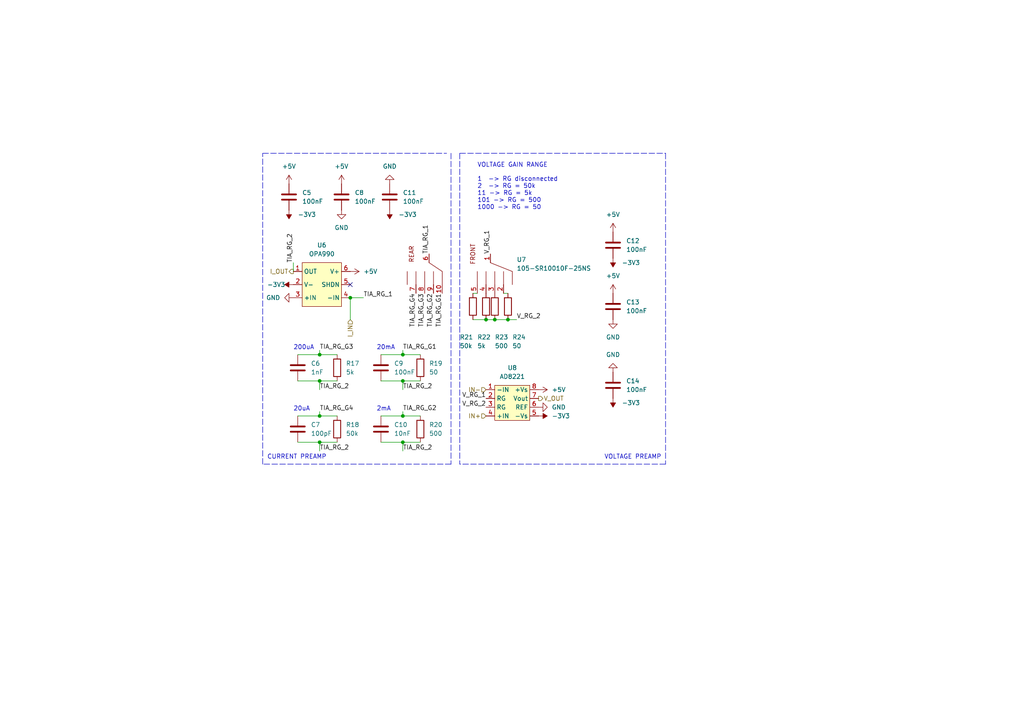
<source format=kicad_sch>
(kicad_sch (version 20211123) (generator eeschema)
  (paper "A4")
  (lib_symbols
    (symbol "Device:C" (pin_numbers hide) (pin_names (offset 0.254))
      (property "Reference" "C" (at 0.635 2.54 0))
      (property "Value" "C" (at 0.635 -2.54 0))
      (symbol "C_0_1"
        (polyline (pts (xy -2.032 -0.762) (xy 2.032 -0.762)) (stroke (width 0.508)))
        (polyline (pts (xy -2.032 0.762) (xy 2.032 0.762)) (stroke (width 0.508)))
      )
      (symbol "C_1_1"
        (pin passive line (at 0 3.81 270) (length 2.794) (name "~") (number "1"))
        (pin passive line (at 0 -3.81 90) (length 2.794) (name "~") (number "2"))
      )
    )
    (symbol "Device:R" (pin_numbers hide) (pin_names (offset 0))
      (property "Reference" "R" (at 2.032 0 90))
      (property "Value" "R" (at 0 0 90))
      (symbol "R_0_1"
        (rectangle (start -1.016 -2.54) (end 1.016 2.54) (stroke (width 0.254)))
      )
      (symbol "R_1_1"
        (pin passive line (at 0 3.81 270) (length 1.27) (name "~") (number "1"))
        (pin passive line (at 0 -3.81 90) (length 1.27) (name "~") (number "2"))
      )
    )
    (symbol "power:+5V" (power) (pin_names (offset 0))
      (property "Value" "+5V" (at 0 3.556 0))
      (symbol "+5V_0_1"
        (polyline (pts (xy -0.762 1.27) (xy 0 2.54)))
        (polyline (pts (xy 0 0) (xy 0 2.54)))
        (polyline (pts (xy 0 2.54) (xy 0.762 1.27)))
      )
      (symbol "+5V_1_1"
        (pin power_in line (at 0 0 90) (length 0) hide (name "+5V") (number "1"))
      )
    )
    (symbol "power:-3V3" (power) (pin_names (offset 0))
      (property "Value" "-3V3" (at 0 3.81 0))
      (symbol "-3V3_0_0"
        (pin power_in line (at 0 0 90) (length 0) hide (name "-3V3") (number "1"))
      )
      (symbol "-3V3_0_1"
        (polyline (pts (xy 0 0) (xy 0 1.27) (xy 0.762 1.27) (xy 0 2.54) (xy -0.762 1.27) (xy 0 1.27)) (fill (type outline)))
      )
    )
    (symbol "power:GND" (power) (pin_names (offset 0))
      (property "Value" "GND" (at 0 -3.81 0))
      (symbol "GND_0_1"
        (polyline (pts (xy 0 0) (xy 0 -1.27) (xy 1.27 -1.27) (xy 0 -2.54) (xy -1.27 -1.27) (xy 0 -1.27)))
      )
      (symbol "GND_1_1"
        (pin power_in line (at 0 0 270) (length 0) hide (name "GND") (number "1"))
      )
    )
    (symbol "preamp_amplifiers:AD8221"
      (property "Reference" "U" (at 0 3.81 0))
      (property "Value" "AD8221" (at 0 6.35 0))
      (symbol "AD8221_0_0"
        (rectangle (start -5.08 0) (end 5.08 -10.16) (fill (type background)))
      )
      (symbol "AD8221_1_1"
        (pin input line (at -7.62 -1.27 0) (length 2.54) (name "-IN") (number "1"))
        (pin input line (at -7.62 -3.81 0) (length 2.54) (name "RG") (number "2"))
        (pin input line (at -7.62 -6.35 0) (length 2.54) (name "RG") (number "3"))
        (pin input line (at -7.62 -8.89 0) (length 2.54) (name "+IN") (number "4"))
        (pin power_in line (at 7.62 -8.89 180) (length 2.54) (name "-Vs") (number "5"))
        (pin input line (at 7.62 -6.35 180) (length 2.54) (name "REF") (number "6"))
        (pin output line (at 7.62 -3.81 180) (length 2.54) (name "Vout") (number "7"))
        (pin power_in line (at 7.62 -1.27 180) (length 2.54) (name "+Vs") (number "8"))
      )
    )
    (symbol "preamp_amplifiers:OPA990"
      (property "Reference" "U" (at 0 10.16 0))
      (property "Value" "OPA990" (at 0 7.62 0))
      (symbol "OPA990_0_1"
        (rectangle (start -6.35 5.08) (end 5.08 -7.62) (fill (type background)))
      )
      (symbol "OPA990_1_1"
        (pin output line (at -8.89 2.54 0) (length 2.54) (name "OUT") (number "1"))
        (pin power_in line (at -8.89 -1.27 0) (length 2.54) (name "V-") (number "2"))
        (pin input line (at -8.89 -5.08 0) (length 2.54) (name "+IN") (number "3"))
        (pin input line (at 7.62 -5.08 180) (length 2.54) (name "-IN") (number "4"))
        (pin input line (at 7.62 -1.27 180) (length 2.54) (name "SHDN") (number "5"))
        (pin power_in line (at 7.62 2.54 180) (length 2.54) (name "V+") (number "6"))
      )
    )
    (symbol "preamp_rot_sw:105-SR10010F-25NS"
      (property "Reference" "U" (at 0 5.08 0))
      (property "Value" "105-SR10010F-25NS" (at 0 7.62 0))
      (symbol "105-SR10010F-25NS_0_0"
        (text "FRONT" (at 5.08 -3.81 900) (effects (font (size 1.27 1.27))))
        (text "REAR" (at -12.7 -3.81 900) (effects (font (size 1.27 1.27))))
      )
      (symbol "105-SR10010F-25NS_0_1"
        (polyline (pts (xy -13.97 -12.7) (xy -13.97 -8.89)))
        (polyline (pts (xy -11.43 -12.7) (xy -11.43 -8.89)))
        (polyline (pts (xy -8.89 -12.7) (xy -8.89 -8.89)))
        (polyline (pts (xy -6.35 -12.7) (xy -6.35 -8.89)))
        (polyline (pts (xy -3.81 -12.7) (xy -3.81 -8.89)))
        (polyline (pts (xy -3.81 -8.89) (xy -7.62 -6.35)))
        (polyline (pts (xy 6.35 -12.7) (xy 6.35 -8.89)))
        (polyline (pts (xy 8.89 -12.7) (xy 8.89 -8.89)))
        (polyline (pts (xy 11.43 -12.7) (xy 11.43 -8.89)))
        (polyline (pts (xy 13.97 -12.7) (xy 13.97 -8.89)))
        (polyline (pts (xy 16.51 -12.7) (xy 16.51 -8.89)))
        (polyline (pts (xy 16.51 -8.89) (xy 10.16 -6.35)))
      )
      (symbol "105-SR10010F-25NS_1_1"
        (pin input line (at 10.16 -3.81 270) (length 2.54) (name "") (number "1"))
        (pin output line (at -3.81 -15.24 90) (length 2.54) (name "") (number "10"))
        (pin output line (at 13.97 -15.24 90) (length 2.54) (name "") (number "2"))
        (pin output line (at 11.43 -15.24 90) (length 2.54) (name "") (number "3"))
        (pin output line (at 8.89 -15.24 90) (length 2.54) (name "") (number "4"))
        (pin output line (at 6.35 -15.24 90) (length 2.54) (name "") (number "5"))
        (pin input line (at -7.62 -3.81 270) (length 2.54) (name "") (number "6"))
        (pin output line (at -11.43 -15.24 90) (length 2.54) (name "") (number "7"))
        (pin output line (at -8.89 -15.24 90) (length 2.54) (name "") (number "8"))
        (pin output line (at -6.35 -15.24 90) (length 2.54) (name "") (number "9"))
      )
    )
  )
  (junction (at 92.71 120.65))
  (junction (at 116.84 128.27))
  (junction (at 116.84 102.87))
  (junction (at 101.6 86.36))
  (junction (at 143.51 92.71))
  (junction (at 140.97 92.71))
  (junction (at 92.71 110.49))
  (junction (at 116.84 120.65))
  (junction (at 92.71 128.27))
  (junction (at 92.71 102.87))
  (junction (at 116.84 110.49))
  (junction (at 147.32 92.71))
  (no_connect (at 101.6 82.55))
  (wire (pts (xy 116.84 102.87) (xy 121.92 102.87)))
  (wire (pts (xy 92.71 110.49) (xy 97.79 110.49)))
  (polyline (pts (xy 76.2 44.45) (xy 129.54 44.45)))
  (wire (pts (xy 86.36 110.49) (xy 92.71 110.49)))
  (wire (pts (xy 92.71 102.87) (xy 97.79 102.87)))
  (wire (pts (xy 143.51 92.71) (xy 147.32 92.71)))
  (wire (pts (xy 110.49 102.87) (xy 116.84 102.87)))
  (polyline (pts (xy 133.35 44.45) (xy 133.35 134.62)))
  (wire (pts (xy 92.71 110.49) (xy 92.71 113.03)))
  (wire (pts (xy 86.36 120.65) (xy 92.71 120.65)))
  (wire (pts (xy 105.41 86.36) (xy 101.6 86.36)))
  (wire (pts (xy 110.49 110.49) (xy 116.84 110.49)))
  (wire (pts (xy 116.84 101.6) (xy 116.84 102.87)))
  (wire (pts (xy 110.49 128.27) (xy 116.84 128.27)))
  (wire (pts (xy 147.32 92.71) (xy 149.86 92.71)))
  (polyline (pts (xy 193.04 44.45) (xy 193.04 134.62)))
  (wire (pts (xy 116.84 110.49) (xy 121.92 110.49)))
  (polyline (pts (xy 130.81 134.62) (xy 76.2 134.62)))
  (wire (pts (xy 137.16 85.09) (xy 138.43 85.09)))
  (wire (pts (xy 147.32 85.09) (xy 146.05 85.09)))
  (polyline (pts (xy 133.35 44.45) (xy 193.04 44.45)))
  (wire (pts (xy 86.36 102.87) (xy 92.71 102.87)))
  (polyline (pts (xy 193.04 134.62) (xy 133.35 134.62)))
  (wire (pts (xy 92.71 128.27) (xy 92.71 130.81)))
  (wire (pts (xy 116.84 110.49) (xy 116.84 113.03)))
  (wire (pts (xy 92.71 120.65) (xy 97.79 120.65)))
  (wire (pts (xy 110.49 120.65) (xy 116.84 120.65)))
  (wire (pts (xy 116.84 128.27) (xy 121.92 128.27)))
  (wire (pts (xy 116.84 119.38) (xy 116.84 120.65)))
  (wire (pts (xy 116.84 120.65) (xy 121.92 120.65)))
  (wire (pts (xy 86.36 128.27) (xy 92.71 128.27)))
  (wire (pts (xy 92.71 101.6) (xy 92.71 102.87)))
  (wire (pts (xy 101.6 86.36) (xy 101.6 92.71)))
  (wire (pts (xy 85.09 76.2) (xy 85.09 78.74)))
  (polyline (pts (xy 76.2 134.62) (xy 76.2 44.45)))
  (wire (pts (xy 116.84 128.27) (xy 116.84 130.81)))
  (wire (pts (xy 137.16 92.71) (xy 140.97 92.71)))
  (wire (pts (xy 92.71 128.27) (xy 97.79 128.27)))
  (wire (pts (xy 140.97 92.71) (xy 143.51 92.71)))
  (polyline (pts (xy 130.81 44.45) (xy 130.81 134.62)))
  (wire (pts (xy 92.71 119.38) (xy 92.71 120.65)))
  (text "200uA" (at 85.09 101.6 0) (effects (font (size 1.27 1.27)) (justify left bottom)))
  (text "2mA" (at 109.22 119.38 0) (effects (font (size 1.27 1.27)) (justify left bottom)))
  (text "20mA" (at 109.22 101.6 0) (effects (font (size 1.27 1.27)) (justify left bottom)))
  (text "VOLTAGE PREAMP" (at 175.26 133.35 0) (effects (font (size 1.27 1.27)) (justify left bottom)))
  (text "20uA" (at 85.09 119.38 0) (effects (font (size 1.27 1.27)) (justify left bottom)))
  (text "VOLTAGE GAIN RANGE\n\n1  -> RG disconnected\n2  -> RG = 50k\n11 -> RG = 5k\n101 -> RG = 500\n1000 -> RG = 50\n" (at 138.43 60.96 0) (effects (font (size 1.27 1.27)) (justify left bottom)))
  (text "CURRENT PREAMP" (at 77.47 133.35 0) (effects (font (size 1.27 1.27)) (justify left bottom)))
  (label "TIA_RG_G1" (at 116.84 101.6 0))
  (label "TIA_RG_G4" (at 120.65 85.09 270))
  (label "V_RG_1" (at 142.24 73.66 90))
  (label "TIA_RG_G2" (at 125.73 85.09 270))
  (label "TIA_RG_G3" (at 92.71 101.6 0))
  (label "TIA_RG_G1" (at 128.27 85.09 270))
  (label "V_RG_2" (at 140.97 118.11 180))
  (label "TIA_RG_G4" (at 92.71 119.38 0))
  (label "TIA_RG_2" (at 85.09 76.2 90))
  (label "V_RG_1" (at 140.97 115.57 180))
  (label "TIA_RG_G3" (at 123.19 85.09 270))
  (label "TIA_RG_1" (at 124.46 73.66 90))
  (label "TIA_RG_2" (at 92.71 130.81 0))
  (label "V_RG_2" (at 149.86 92.71 0))
  (label "TIA_RG_1" (at 105.41 86.36 0))
  (label "TIA_RG_2" (at 116.84 130.81 0))
  (label "TIA_RG_2" (at 92.71 113.03 0))
  (label "TIA_RG_2" (at 116.84 113.03 0))
  (label "TIA_RG_G2" (at 116.84 119.38 0))
  (hierarchical_label "IN-" (shape input) (at 140.97 113.03 180))
  (hierarchical_label "I_OUT" (shape output) (at 85.09 78.74 180))
  (hierarchical_label "I_IN" (shape input) (at 101.6 92.71 270))
  (hierarchical_label "V_OUT" (shape output) (at 156.21 115.57 0))
  (hierarchical_label "IN+" (shape input) (at 140.97 120.65 180))
  (symbol (lib_id "preamp_rot_sw:105-SR10010F-25NS") (at 132.08 69.85 0) (unit 1)
    (property "Reference" "U7" (at 149.86 75.2984 0) (effects (justify left)))
    (property "Value" "105-SR10010F-25NS" (at 149.86 77.8384 0) (effects (justify left)))
    (property "Footprint" "audiohacks:105-SR10010F-25NS" (effects hide))
  )
  (symbol (lib_id "Device:C") (at 177.8 111.76 0) (unit 1)
    (property "Reference" "C14" (at 181.61 110.4899 0) (effects (justify left)))
    (property "Value" "100nF" (at 181.61 113.0299 0) (effects (justify left)))
    (property "Footprint" "Capacitor_SMD:C_0805_2012Metric_Pad1.18x1.45mm_HandSolder" (effects hide))
  )
  (symbol (lib_id "Device:R") (at 143.51 88.9 0) (unit 1)
    (property "Reference" "R23" (at 143.51 97.79 0) (effects (justify left)))
    (property "Value" "500" (at 143.51 100.33 0) (effects (justify left)))
    (property "Footprint" "Resistor_SMD:R_0805_2012Metric_Pad1.20x1.40mm_HandSolder" (effects hide))
  )
  (symbol (lib_id "Device:C") (at 110.49 124.46 0) (unit 1)
    (property "Reference" "C10" (at 114.3 123.1899 0) (effects (justify left)))
    (property "Value" "10nF" (at 114.3 125.7299 0) (effects (justify left)))
    (property "Footprint" "Capacitor_SMD:C_0805_2012Metric_Pad1.18x1.45mm_HandSolder" (effects hide))
  )
  (symbol (lib_id "Device:C") (at 99.06 57.15 0) (unit 1)
    (property "Reference" "C8" (at 102.87 55.8799 0) (effects (justify left)))
    (property "Value" "100nF" (at 102.87 58.4199 0) (effects (justify left)))
    (property "Footprint" "Capacitor_SMD:C_0805_2012Metric_Pad1.18x1.45mm_HandSolder" (effects hide))
  )
  (symbol (lib_id "Device:C") (at 177.8 71.12 0) (unit 1)
    (property "Reference" "C12" (at 181.61 69.8499 0) (effects (justify left)))
    (property "Value" "100nF" (at 181.61 72.3899 0) (effects (justify left)))
    (property "Footprint" "Capacitor_SMD:C_0805_2012Metric_Pad1.18x1.45mm_HandSolder" (effects hide))
  )
  (symbol (lib_id "power:+5V") (at 177.8 67.31 0) (unit 1)
    (property "Reference" "#PWR0148" (effects hide))
    (property "Value" "+5V" (at 177.8 62.23 0))
  )
  (symbol (lib_id "power:GND") (at 99.06 60.96 0) (unit 1)
    (property "Reference" "#PWR0147" (effects hide))
    (property "Value" "GND" (at 99.06 66.04 0))
  )
  (symbol (lib_id "Device:C") (at 83.82 57.15 0) (unit 1)
    (property "Reference" "C5" (at 87.63 55.8799 0) (effects (justify left)))
    (property "Value" "100nF" (at 87.63 58.4199 0) (effects (justify left)))
    (property "Footprint" "Capacitor_SMD:C_0805_2012Metric_Pad1.18x1.45mm_HandSolder" (effects hide))
  )
  (symbol (lib_id "Device:C") (at 113.03 57.15 0) (unit 1)
    (property "Reference" "C11" (at 116.84 55.8799 0) (effects (justify left)))
    (property "Value" "100nF" (at 116.84 58.4199 0) (effects (justify left)))
    (property "Footprint" "Capacitor_SMD:C_0805_2012Metric_Pad1.18x1.45mm_HandSolder" (effects hide))
  )
  (symbol (lib_id "Device:R") (at 137.16 88.9 0) (unit 1)
    (property "Reference" "R21" (at 133.35 97.79 0) (effects (justify left)))
    (property "Value" "50k" (at 133.35 100.33 0) (effects (justify left)))
    (property "Footprint" "Resistor_SMD:R_0805_2012Metric_Pad1.20x1.40mm_HandSolder" (effects hide))
  )
  (symbol (lib_id "Device:R") (at 140.97 88.9 0) (unit 1)
    (property "Reference" "R22" (at 138.43 97.79 0) (effects (justify left)))
    (property "Value" "5k" (at 138.43 100.33 0) (effects (justify left)))
    (property "Footprint" "Resistor_SMD:R_0805_2012Metric_Pad1.20x1.40mm_HandSolder" (effects hide))
  )
  (symbol (lib_id "power:+5V") (at 177.8 85.09 0) (unit 1)
    (property "Reference" "#PWR0145" (effects hide))
    (property "Value" "+5V" (at 177.8 80.01 0))
  )
  (symbol (lib_id "preamp_amplifiers:AD8221") (at 148.59 111.76 0) (unit 1)
    (property "Reference" "U8" (at 148.59 106.68 0))
    (property "Value" "AD8221" (at 148.59 109.22 0))
    (property "Footprint" "Package_SO:MSOP-8_3x3mm_P0.65mm" (effects hide))
  )
  (symbol (lib_id "Device:C") (at 86.36 106.68 0) (unit 1)
    (property "Reference" "C6" (at 90.17 105.4099 0) (effects (justify left)))
    (property "Value" "1nF" (at 90.17 107.9499 0) (effects (justify left)))
    (property "Footprint" "Capacitor_SMD:C_0805_2012Metric_Pad1.18x1.45mm_HandSolder" (effects hide))
  )
  (symbol (lib_id "power:+5V") (at 83.82 53.34 0) (unit 1)
    (property "Reference" "#PWR0136" (effects hide))
    (property "Value" "+5V" (at 83.82 48.26 0))
  )
  (symbol (lib_id "Device:R") (at 97.79 124.46 0) (unit 1)
    (property "Reference" "R18" (at 100.33 123.1899 0) (effects (justify left)))
    (property "Value" "50k" (at 100.33 125.7299 0) (effects (justify left)))
    (property "Footprint" "Resistor_SMD:R_0805_2012Metric_Pad1.20x1.40mm_HandSolder" (effects hide))
  )
  (symbol (lib_id "Device:R") (at 121.92 124.46 0) (unit 1)
    (property "Reference" "R20" (at 124.46 123.1899 0) (effects (justify left)))
    (property "Value" "500" (at 124.46 125.7299 0) (effects (justify left)))
    (property "Footprint" "Resistor_SMD:R_0805_2012Metric_Pad1.20x1.40mm_HandSolder" (effects hide))
  )
  (symbol (lib_id "power:-3V3") (at 156.21 120.65 270) (unit 1)
    (property "Reference" "#PWR0133" (effects hide))
    (property "Value" "-3V3" (at 160.02 120.6499 90) (effects (justify left)))
  )
  (symbol (lib_id "power:GND") (at 177.8 92.71 0) (unit 1)
    (property "Reference" "#PWR0132" (effects hide))
    (property "Value" "GND" (at 177.8 97.79 0))
  )
  (symbol (lib_id "Device:R") (at 147.32 88.9 0) (unit 1)
    (property "Reference" "R24" (at 148.59 97.79 0) (effects (justify left)))
    (property "Value" "50" (at 148.59 100.33 0) (effects (justify left)))
    (property "Footprint" "Resistor_SMD:R_0805_2012Metric_Pad1.20x1.40mm_HandSolder" (effects hide))
  )
  (symbol (lib_id "power:+5V") (at 156.21 113.03 270) (unit 1)
    (property "Reference" "#PWR0135" (effects hide))
    (property "Value" "+5V" (at 160.02 113.0299 90) (effects (justify left)))
  )
  (symbol (lib_id "Device:R") (at 97.79 106.68 0) (unit 1)
    (property "Reference" "R17" (at 100.33 105.4099 0) (effects (justify left)))
    (property "Value" "5k" (at 100.33 107.9499 0) (effects (justify left)))
    (property "Footprint" "Resistor_SMD:R_0805_2012Metric_Pad1.20x1.40mm_HandSolder" (effects hide))
  )
  (symbol (lib_id "power:GND") (at 156.21 118.11 90) (unit 1)
    (property "Reference" "#PWR0137" (effects hide))
    (property "Value" "GND" (at 160.02 118.1099 90) (effects (justify right)))
  )
  (symbol (lib_id "power:+5V") (at 101.6 78.74 270) (unit 1)
    (property "Reference" "#PWR0143" (effects hide))
    (property "Value" "+5V" (at 105.41 78.7399 90) (effects (justify left)))
  )
  (symbol (lib_id "power:-3V3") (at 85.09 82.55 90) (unit 1)
    (property "Reference" "#PWR0139" (effects hide))
    (property "Value" "-3V3" (at 77.47 82.55 90) (effects (justify right)))
  )
  (symbol (lib_id "power:-3V3") (at 113.03 60.96 180) (unit 1)
    (property "Reference" "#PWR0140" (effects hide))
    (property "Value" "-3V3" (at 115.57 62.2299 0) (effects (justify right)))
  )
  (symbol (lib_id "Device:C") (at 110.49 106.68 0) (unit 1)
    (property "Reference" "C9" (at 114.3 105.4099 0) (effects (justify left)))
    (property "Value" "100nF" (at 114.3 107.9499 0) (effects (justify left)))
    (property "Footprint" "Capacitor_SMD:C_0805_2012Metric_Pad1.18x1.45mm_HandSolder" (effects hide))
  )
  (symbol (lib_id "power:+5V") (at 99.06 53.34 0) (unit 1)
    (property "Reference" "#PWR0138" (effects hide))
    (property "Value" "+5V" (at 99.06 48.26 0))
  )
  (symbol (lib_id "preamp_amplifiers:OPA990") (at 93.98 81.28 0) (unit 1)
    (property "Reference" "U6" (at 93.345 71.12 0))
    (property "Value" "OPA990" (at 93.345 73.66 0))
    (property "Footprint" "Package_TO_SOT_SMD:SOT-23-6_Handsoldering" (effects hide))
  )
  (symbol (lib_id "Device:R") (at 121.92 106.68 0) (unit 1)
    (property "Reference" "R19" (at 124.46 105.4099 0) (effects (justify left)))
    (property "Value" "50" (at 124.46 107.9499 0) (effects (justify left)))
    (property "Footprint" "Resistor_SMD:R_0805_2012Metric_Pad1.20x1.40mm_HandSolder" (effects hide))
  )
  (symbol (lib_id "power:GND") (at 113.03 53.34 180) (unit 1)
    (property "Reference" "#PWR0141" (effects hide))
    (property "Value" "GND" (at 113.03 48.26 0))
  )
  (symbol (lib_id "power:GND") (at 177.8 107.95 180) (unit 1)
    (property "Reference" "#PWR0134" (effects hide))
    (property "Value" "GND" (at 177.8 102.87 0))
  )
  (symbol (lib_id "Device:C") (at 177.8 88.9 0) (unit 1)
    (property "Reference" "C13" (at 181.61 87.6299 0) (effects (justify left)))
    (property "Value" "100nF" (at 181.61 90.1699 0) (effects (justify left)))
    (property "Footprint" "Capacitor_SMD:C_0805_2012Metric_Pad1.18x1.45mm_HandSolder" (effects hide))
  )
  (symbol (lib_id "power:-3V3") (at 177.8 115.57 180) (unit 1)
    (property "Reference" "#PWR0146" (effects hide))
    (property "Value" "-3V3" (at 180.34 116.8399 0) (effects (justify right)))
  )
  (symbol (lib_id "Device:C") (at 86.36 124.46 0) (unit 1)
    (property "Reference" "C7" (at 90.17 123.1899 0) (effects (justify left)))
    (property "Value" "100pF" (at 90.17 125.7299 0) (effects (justify left)))
    (property "Footprint" "Capacitor_SMD:C_0805_2012Metric_Pad1.18x1.45mm_HandSolder" (effects hide))
  )
  (symbol (lib_id "power:GND") (at 85.09 86.36 270) (unit 1)
    (property "Reference" "#PWR0149" (effects hide))
    (property "Value" "GND" (at 81.28 86.3599 90) (effects (justify right)))
  )
  (symbol (lib_id "power:-3V3") (at 177.8 74.93 180) (unit 1)
    (property "Reference" "#PWR0144" (effects hide))
    (property "Value" "-3V3" (at 180.34 76.1999 0) (effects (justify right)))
  )
  (symbol (lib_id "power:-3V3") (at 83.82 60.96 180) (unit 1)
    (property "Reference" "#PWR0142" (effects hide))
    (property "Value" "-3V3" (at 86.36 62.2299 0) (effects (justify right)))
  )
)
</source>
